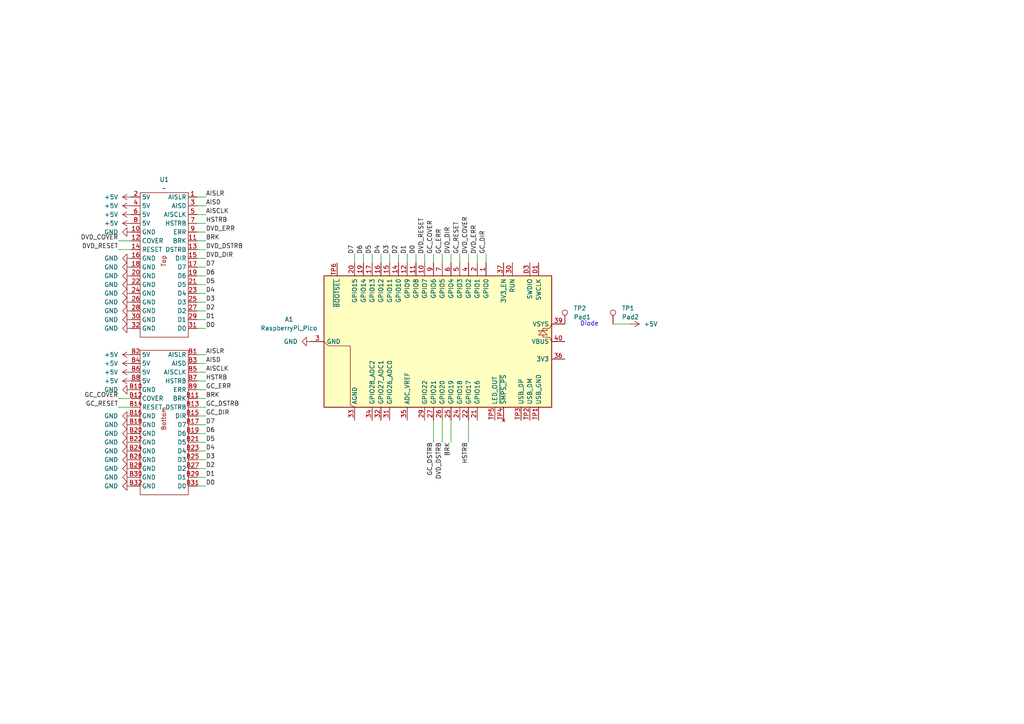
<source format=kicad_sch>
(kicad_sch (version 20250114) (generator "eeschema") (generator_version "9.0")
  (paper "A4")
  (lib_symbols
    (symbol "Connector:TestPoint" (pin_numbers (hide yes)) (pin_names (offset 0.762) (hide yes))
      (property "Reference" "TP" (at 0 6.858 0))
      (property "Value" "TestPoint" (at 0 5.08 0))
      (symbol "TestPoint_0_1"
        (circle (center 0 3.302) (radius 0.762))
      )
      (symbol "TestPoint_1_1"
        (pin passive line (at 0 0 90) (length 2.54) (name "1") (number "1"))
      )
    )
    (symbol "GamecubeConnectors:DVDFlexCN"
      (property "Reference" "U" (at 23.876 -4.064 0))
      (symbol "DVDFlexCN_1_1"
        (rectangle (start -19.05 -11.43) (end 22.86 -25.4))
        (rectangle (start 26.67 -11.43) (end 68.58 -25.4))
        (text "Top" (at 0.762 -18.542 0) (effects (font (size 1.27 1.27))))
        (text "Bottom" (at 46.482 -18.542 0) (effects (font (size 1.27 1.27))))
        (pin passive line (at -17.78 -8.89 270) (length 2.54) (name "AISLR") (number "1"))
        (pin passive line (at -17.78 -27.94 90) (length 2.54) (name "5V") (number "2"))
        (pin passive line (at -15.24 -8.89 270) (length 2.54) (name "AISD") (number "3"))
        (pin passive line (at -15.24 -27.94 90) (length 2.54) (name "5V") (number "4"))
        (pin passive line (at -12.7 -8.89 270) (length 2.54) (name "AISCLK") (number "5"))
        (pin passive line (at -12.7 -27.94 90) (length 2.54) (name "5V") (number "6"))
        (pin passive line (at -10.16 -8.89 270) (length 2.54) (name "HSTRB") (number "7"))
        (pin passive line (at -10.16 -27.94 90) (length 2.54) (name "5V") (number "8"))
        (pin passive line (at -7.62 -8.89 270) (length 2.54) (name "ERR") (number "9"))
        (pin passive line (at -7.62 -27.94 90) (length 2.54) (name "GND") (number "10"))
        (pin passive line (at -5.08 -8.89 270) (length 2.54) (name "BRK") (number "11"))
        (pin passive line (at -5.08 -27.94 90) (length 2.54) (name "COVER") (number "12"))
        (pin passive line (at -2.54 -8.89 270) (length 2.54) (name "DSTRB") (number "13"))
        (pin passive line (at -2.54 -27.94 90) (length 2.54) (name "RESET") (number "14"))
        (pin passive line (at 0 -8.89 270) (length 2.54) (name "DIR") (number "15"))
        (pin passive line (at 0 -27.94 90) (length 2.54) (name "GND") (number "16"))
        (pin passive line (at 2.54 -8.89 270) (length 2.54) (name "D7") (number "17"))
        (pin passive line (at 2.54 -27.94 90) (length 2.54) (name "GND") (number "18"))
        (pin passive line (at 5.08 -8.89 270) (length 2.54) (name "D6") (number "19"))
        (pin passive line (at 5.08 -27.94 90) (length 2.54) (name "GND") (number "20"))
        (pin passive line (at 7.62 -8.89 270) (length 2.54) (name "D5") (number "21"))
        (pin passive line (at 7.62 -27.94 90) (length 2.54) (name "GND") (number "22"))
        (pin passive line (at 10.16 -8.89 270) (length 2.54) (name "D4") (number "23"))
        (pin passive line (at 10.16 -27.94 90) (length 2.54) (name "GND") (number "24"))
        (pin passive line (at 12.7 -8.89 270) (length 2.54) (name "D3") (number "25"))
        (pin passive line (at 12.7 -27.94 90) (length 2.54) (name "GND") (number "26"))
        (pin passive line (at 15.24 -8.89 270) (length 2.54) (name "D2") (number "27"))
        (pin passive line (at 15.24 -27.94 90) (length 2.54) (name "GND") (number "28"))
        (pin passive line (at 17.78 -8.89 270) (length 2.54) (name "D1") (number "29"))
        (pin passive line (at 17.78 -27.94 90) (length 2.54) (name "GND") (number "30"))
        (pin passive line (at 20.32 -8.89 270) (length 2.54) (name "D0") (number "31"))
        (pin passive line (at 20.32 -27.94 90) (length 2.54) (name "GND") (number "32"))
        (pin passive line (at 27.94 -8.89 270) (length 2.54) (name "AISLR") (number "B1"))
        (pin passive line (at 27.94 -27.94 90) (length 2.54) (name "5V") (number "B2"))
        (pin passive line (at 30.48 -8.89 270) (length 2.54) (name "AISD") (number "B3"))
        (pin passive line (at 30.48 -27.94 90) (length 2.54) (name "5V") (number "B4"))
        (pin passive line (at 33.02 -8.89 270) (length 2.54) (name "AISCLK") (number "B5"))
        (pin passive line (at 33.02 -27.94 90) (length 2.54) (name "5V") (number "B6"))
        (pin passive line (at 35.56 -8.89 270) (length 2.54) (name "HSTRB") (number "B7"))
        (pin passive line (at 35.56 -27.94 90) (length 2.54) (name "5V") (number "B8"))
        (pin passive line (at 38.1 -8.89 270) (length 2.54) (name "ERR") (number "B9"))
        (pin passive line (at 38.1 -27.94 90) (length 2.54) (name "GND") (number "B10"))
        (pin passive line (at 40.64 -8.89 270) (length 2.54) (name "BRK") (number "B11"))
        (pin passive line (at 40.64 -27.94 90) (length 2.54) (name "COVER") (number "B12"))
        (pin passive line (at 43.18 -8.89 270) (length 2.54) (name "DSTRB") (number "B13"))
        (pin passive line (at 43.18 -27.94 90) (length 2.54) (name "RESET") (number "B14"))
        (pin passive line (at 45.72 -8.89 270) (length 2.54) (name "DIR") (number "B15"))
        (pin passive line (at 45.72 -27.94 90) (length 2.54) (name "GND") (number "B16"))
        (pin passive line (at 48.26 -8.89 270) (length 2.54) (name "D7") (number "B17"))
        (pin passive line (at 48.26 -27.94 90) (length 2.54) (name "GND") (number "B18"))
        (pin passive line (at 50.8 -8.89 270) (length 2.54) (name "D6") (number "B19"))
        (pin passive line (at 50.8 -27.94 90) (length 2.54) (name "GND") (number "B20"))
        (pin passive line (at 53.34 -8.89 270) (length 2.54) (name "D5") (number "B21"))
        (pin passive line (at 53.34 -27.94 90) (length 2.54) (name "GND") (number "B22"))
        (pin passive line (at 55.88 -8.89 270) (length 2.54) (name "D4") (number "B23"))
        (pin passive line (at 55.88 -27.94 90) (length 2.54) (name "GND") (number "B24"))
        (pin passive line (at 58.42 -8.89 270) (length 2.54) (name "D3") (number "B25"))
        (pin passive line (at 58.42 -27.94 90) (length 2.54) (name "GND") (number "B26"))
        (pin passive line (at 60.96 -8.89 270) (length 2.54) (name "D2") (number "B27"))
        (pin passive line (at 60.96 -27.94 90) (length 2.54) (name "GND") (number "B28"))
        (pin passive line (at 63.5 -8.89 270) (length 2.54) (name "D1") (number "B29"))
        (pin passive line (at 63.5 -27.94 90) (length 2.54) (name "GND") (number "B30"))
        (pin passive line (at 66.04 -8.89 270) (length 2.54) (name "D0") (number "B31"))
        (pin passive line (at 66.04 -27.94 90) (length 2.54) (name "GND") (number "B32"))
      )
    )
    (symbol "MCU_Module:RaspberryPi_Pico_Extensive" (pin_names (offset 0.762))
      (property "Reference" "A" (at -19.05 35.56 0))
      (property "Value" "RaspberryPi_Pico" (at 7.62 35.56 0))
      (symbol "RaspberryPi_Pico_Extensive_0_1"
        (rectangle (start -19.05 34.29) (end 19.05 -31.75) (stroke (width 0.254)) (fill (type background)))
        (polyline (pts (xy -5.08 34.29) (xy -3.81 33.655) (xy -3.81 31.75) (xy -3.175 31.75)))
        (polyline (pts (xy -3.429 32.766) (xy -3.429 33.02) (xy -3.175 33.02) (xy -3.175 30.48) (xy -2.921 30.48) (xy -2.921 30.734)))
        (polyline (pts (xy -3.175 31.75) (xy -1.905 33.02) (xy -1.905 30.48) (xy -3.175 31.75)))
        (polyline (pts (xy 0 34.29) (xy -1.27 33.655) (xy -1.27 31.75) (xy -1.905 31.75)))
        (polyline (pts (xy 0 -31.75) (xy 1.27 -30.48) (xy 1.27 -24.13) (xy 18.415 -24.13) (xy 19.05 -22.86)))
      )
      (symbol "RaspberryPi_Pico_Extensive_1_1"
        (pin input line (at -22.86 30.48 0) (length 3.81) (name "SWCLK") (number "D1"))
        (pin bidirectional line (at -22.86 27.94 0) (length 3.81) (name "SWDIO") (number "D3"))
        (pin passive line (at -22.86 22.86 0) (length 3.81) (name "RUN") (number "30"))
        (pin passive line (at -22.86 20.32 0) (length 3.81) (name "3V3_EN") (number "37"))
        (pin bidirectional line (at -22.86 15.24 0) (length 3.81) (name "GPIO0") (number "1"))
        (pin bidirectional line (at -22.86 12.7 0) (length 3.81) (name "GPIO1") (number "2"))
        (pin bidirectional line (at -22.86 10.16 0) (length 3.81) (name "GPIO2") (number "4"))
        (pin bidirectional line (at -22.86 7.62 0) (length 3.81) (name "GPIO3") (number "5"))
        (pin bidirectional line (at -22.86 5.08 0) (length 3.81) (name "GPIO4") (number "6"))
        (pin bidirectional line (at -22.86 2.54 0) (length 3.81) (name "GPIO5") (number "7"))
        (pin bidirectional line (at -22.86 0 0) (length 3.81) (name "GPIO6") (number "9"))
        (pin bidirectional line (at -22.86 -2.54 0) (length 3.81) (name "GPIO7") (number "10"))
        (pin bidirectional line (at -22.86 -5.08 0) (length 3.81) (name "GPIO8") (number "11"))
        (pin bidirectional line (at -22.86 -7.62 0) (length 3.81) (name "GPIO9") (number "12"))
        (pin bidirectional line (at -22.86 -10.16 0) (length 3.81) (name "GPIO10") (number "14"))
        (pin bidirectional line (at -22.86 -12.7 0) (length 3.81) (name "GPIO11") (number "15"))
        (pin bidirectional line (at -22.86 -15.24 0) (length 3.81) (name "GPIO12") (number "16"))
        (pin bidirectional line (at -22.86 -17.78 0) (length 3.81) (name "GPIO13") (number "17"))
        (pin bidirectional line (at -22.86 -20.32 0) (length 3.81) (name "GPIO14") (number "19"))
        (pin bidirectional line (at -22.86 -22.86 0) (length 3.81) (name "GPIO15") (number "20"))
        (pin input line (at -22.86 -27.94 0) (length 3.81) (name "~{BOOTSEL}") (number "TP6"))
        (pin power_in line (at -5.08 38.1 270) (length 3.81) (name "VSYS") (number "39"))
        (pin power_out line (at 0 38.1 270) (length 3.81) (name "VBUS") (number "40"))
        (pin passive line (at 0 -35.56 90) (length 3.81) (hide yes) (name "GND") (number "13"))
        (pin passive line (at 0 -35.56 90) (length 3.81) (hide yes) (name "GND") (number "18"))
        (pin passive line (at 0 -35.56 90) (length 3.81) (hide yes) (name "GND") (number "23"))
        (pin passive line (at 0 -35.56 90) (length 3.81) (hide yes) (name "GND") (number "28"))
        (pin power_out line (at 0 -35.56 90) (length 3.81) (name "GND") (number "3"))
        (pin passive line (at 0 -35.56 90) (length 3.81) (hide yes) (name "GND") (number "38"))
        (pin passive line (at 0 -35.56 90) (length 3.81) (hide yes) (name "GND") (number "8"))
        (pin passive line (at 0 -35.56 90) (length 3.81) (hide yes) (name "GND") (number "D2"))
        (pin power_out line (at 5.08 38.1 270) (length 3.81) (name "3V3") (number "36"))
        (pin power_out line (at 22.86 30.48 180) (length 3.81) (name "USB_GND") (number "TP1"))
        (pin bidirectional line (at 22.86 27.94 180) (length 3.81) (name "USB_DM") (number "TP2"))
        (pin bidirectional line (at 22.86 25.4 180) (length 3.81) (name "USB_DP") (number "TP3"))
        (pin no_connect line (at 22.86 20.32 180) (length 3.81) (name "~{SMPS_PS}") (number "TP4"))
        (pin output line (at 22.86 17.78 180) (length 3.81) (name "LED_OUT") (number "TP5"))
        (pin bidirectional line (at 22.86 12.7 180) (length 3.81) (name "GPIO16") (number "21"))
        (pin bidirectional line (at 22.86 10.16 180) (length 3.81) (name "GPIO17") (number "22"))
        (pin bidirectional line (at 22.86 7.62 180) (length 3.81) (name "GPIO18") (number "24"))
        (pin bidirectional line (at 22.86 5.08 180) (length 3.81) (name "GPIO19") (number "25"))
        (pin bidirectional line (at 22.86 2.54 180) (length 3.81) (name "GPIO20") (number "26"))
        (pin bidirectional line (at 22.86 0 180) (length 3.81) (name "GPIO21") (number "27"))
        (pin bidirectional line (at 22.86 -2.54 180) (length 3.81) (name "GPIO22") (number "29"))
        (pin power_in line (at 22.86 -7.62 180) (length 3.81) (name "ADC_VREF") (number "35"))
        (pin bidirectional line (at 22.86 -12.7 180) (length 3.81) (name "GPIO26_ADC0") (number "31"))
        (pin bidirectional line (at 22.86 -15.24 180) (length 3.81) (name "GPIO27_ADC1") (number "32"))
        (pin bidirectional line (at 22.86 -17.78 180) (length 3.81) (name "GPIO28_ADC2") (number "34"))
        (pin power_out line (at 22.86 -22.86 180) (length 3.81) (name "AGND") (number "33"))
      )
    )
    (symbol "power:+5V" (power) (pin_numbers (hide yes)) (pin_names (offset 0) (hide yes))
      (property "Value" "+5V" (at 0 3.556 0))
      (symbol "+5V_0_1"
        (polyline (pts (xy -0.762 1.27) (xy 0 2.54)))
        (polyline (pts (xy 0 2.54) (xy 0.762 1.27)))
        (polyline (pts (xy 0 0) (xy 0 2.54)))
      )
      (symbol "+5V_1_1"
        (pin power_in line (at 0 0 90) (length 0) (name "~") (number "1"))
      )
    )
    (symbol "power:GND" (power) (pin_numbers (hide yes)) (pin_names (offset 0) (hide yes))
      (property "Value" "GND" (at 0 -3.81 0))
      (symbol "GND_0_1"
        (polyline (pts (xy 0 0) (xy 0 -1.27) (xy 1.27 -1.27) (xy 0 -2.54) (xy -1.27 -1.27) (xy 0 -1.27)))
      )
      (symbol "GND_1_1"
        (pin power_in line (at 0 0 270) (length 0) (name "~") (number "1"))
      )
    )
  )
  (text "Diode" (at 170.942 93.98 0) (effects (font (size 1.27 1.27))))
  (wire (pts (xy 135.89 128.27) (xy 135.89 121.92)))
  (wire (pts (xy 130.81 73.66) (xy 130.81 76.2)))
  (wire (pts (xy 59.69 133.35) (xy 57.15 133.35)))
  (wire (pts (xy 59.69 92.71) (xy 57.15 92.71)))
  (wire (pts (xy 59.69 135.89) (xy 57.15 135.89)))
  (wire (pts (xy 59.69 102.87) (xy 57.15 102.87)))
  (wire (pts (xy 59.69 110.49) (xy 57.15 110.49)))
  (wire (pts (xy 128.27 73.66) (xy 128.27 76.2)))
  (wire (pts (xy 57.15 113.03) (xy 59.69 113.03)))
  (wire (pts (xy 59.69 80.01) (xy 57.15 80.01)))
  (wire (pts (xy 57.15 115.57) (xy 59.69 115.57)))
  (wire (pts (xy 59.69 64.77) (xy 57.15 64.77)))
  (wire (pts (xy 128.27 128.27) (xy 128.27 121.92)))
  (wire (pts (xy 59.69 82.55) (xy 57.15 82.55)))
  (wire (pts (xy 59.69 85.09) (xy 57.15 85.09)))
  (wire (pts (xy 59.69 107.95) (xy 57.15 107.95)))
  (wire (pts (xy 113.03 73.66) (xy 113.03 76.2)))
  (wire (pts (xy 105.41 73.66) (xy 105.41 76.2)))
  (wire (pts (xy 125.73 128.27) (xy 125.73 121.92)))
  (wire (pts (xy 120.65 73.66) (xy 120.65 76.2)))
  (wire (pts (xy 59.69 59.69) (xy 57.15 59.69)))
  (wire (pts (xy 59.69 105.41) (xy 57.15 105.41)))
  (wire (pts (xy 133.35 73.66) (xy 133.35 76.2)))
  (wire (pts (xy 123.19 73.66) (xy 123.19 76.2)))
  (wire (pts (xy 125.73 73.66) (xy 125.73 76.2)))
  (wire (pts (xy 110.49 73.66) (xy 110.49 76.2)))
  (wire (pts (xy 59.69 74.93) (xy 57.15 74.93)))
  (wire (pts (xy 107.95 73.66) (xy 107.95 76.2)))
  (wire (pts (xy 118.11 73.66) (xy 118.11 76.2)))
  (wire (pts (xy 59.69 62.23) (xy 57.15 62.23)))
  (wire (pts (xy 138.43 73.66) (xy 138.43 76.2)))
  (wire (pts (xy 182.88 93.98) (xy 177.8 93.98)))
  (wire (pts (xy 59.69 95.25) (xy 57.15 95.25)))
  (wire (pts (xy 59.69 72.39) (xy 57.15 72.39)))
  (wire (pts (xy 57.15 118.11) (xy 59.69 118.11)))
  (wire (pts (xy 59.69 87.63) (xy 57.15 87.63)))
  (wire (pts (xy 34.29 72.39) (xy 38.1 72.39)))
  (wire (pts (xy 140.97 73.66) (xy 140.97 76.2)))
  (wire (pts (xy 135.89 73.66) (xy 135.89 76.2)))
  (wire (pts (xy 59.69 90.17) (xy 57.15 90.17)))
  (wire (pts (xy 34.29 115.57) (xy 38.1 115.57)))
  (wire (pts (xy 34.29 118.11) (xy 38.1 118.11)))
  (wire (pts (xy 115.57 73.66) (xy 115.57 76.2)))
  (wire (pts (xy 59.69 69.85) (xy 57.15 69.85)))
  (wire (pts (xy 59.69 138.43) (xy 57.15 138.43)))
  (wire (pts (xy 59.69 125.73) (xy 57.15 125.73)))
  (wire (pts (xy 102.87 73.66) (xy 102.87 76.2)))
  (wire (pts (xy 34.29 69.85) (xy 38.1 69.85)))
  (wire (pts (xy 59.69 128.27) (xy 57.15 128.27)))
  (wire (pts (xy 59.69 130.81) (xy 57.15 130.81)))
  (wire (pts (xy 59.69 123.19) (xy 57.15 123.19)))
  (wire (pts (xy 59.69 67.31) (xy 57.15 67.31)))
  (wire (pts (xy 130.81 128.27) (xy 130.81 121.92)))
  (wire (pts (xy 59.69 77.47) (xy 57.15 77.47)))
  (wire (pts (xy 59.69 57.15) (xy 57.15 57.15)))
  (wire (pts (xy 59.69 140.97) (xy 57.15 140.97)))
  (wire (pts (xy 59.69 120.65) (xy 57.15 120.65)))
  (label "AISD" (at 59.69 105.41 0))
  (label "DVD_RESET" (at 34.29 72.39 180))
  (label "GC_DSTRB" (at 125.73 128.27 270))
  (label "D0" (at 59.69 95.25 0))
  (label "DVD_RESET" (at 123.19 73.66 90))
  (label "GC_DIR" (at 140.97 73.66 90))
  (label "D2" (at 59.69 135.89 0))
  (label "D3" (at 113.03 73.66 90))
  (label "HSTRB" (at 59.69 110.49 0))
  (label "GC_RESET" (at 133.35 73.66 90))
  (label "D3" (at 59.69 87.63 0))
  (label "D7" (at 59.69 123.19 0))
  (label "D7" (at 59.69 77.47 0))
  (label "D4" (at 110.49 73.66 90))
  (label "D4" (at 59.69 130.81 0))
  (label "GC_DSTRB" (at 59.69 118.11 0))
  (label "BRK" (at 130.81 128.27 270))
  (label "GC_ERR" (at 128.27 73.66 90))
  (label "BRK" (at 59.69 115.57 0))
  (label "GC_COVER" (at 125.73 73.66 90))
  (label "D2" (at 59.69 90.17 0))
  (label "D1" (at 59.69 92.71 0))
  (label "GC_COVER" (at 34.29 115.57 180))
  (label "D4" (at 59.69 85.09 0))
  (label "D5" (at 59.69 128.27 0))
  (label "D1" (at 59.69 138.43 0))
  (label "D1" (at 118.11 73.66 90))
  (label "AISD" (at 59.69 59.69 0))
  (label "D6" (at 59.69 125.73 0))
  (label "D2" (at 115.57 73.66 90))
  (label "D5" (at 59.69 82.55 0))
  (label "D7" (at 102.87 73.66 90))
  (label "AISLR" (at 59.69 57.15 0))
  (label "D5" (at 107.95 73.66 90))
  (label "AISCLK" (at 59.69 62.23 0))
  (label "DVD_DIR" (at 130.81 73.66 90))
  (label "GC_RESET" (at 34.29 118.11 180))
  (label "D3" (at 59.69 133.35 0))
  (label "DVD_DSTRB" (at 128.27 128.27 270))
  (label "D0" (at 59.69 140.97 0))
  (label "AISLR" (at 59.69 102.87 0))
  (label "BRK" (at 59.69 69.85 0))
  (label "D6" (at 59.69 80.01 0))
  (label "DVD_DSTRB" (at 59.69 72.39 0))
  (label "GC_DIR" (at 59.69 120.65 0))
  (label "GC_ERR" (at 59.69 113.03 0))
  (label "DVD_ERR" (at 138.43 73.66 90))
  (label "D6" (at 105.41 73.66 90))
  (label "HSTRB" (at 135.89 128.27 270))
  (label "AISCLK" (at 59.69 107.95 0))
  (label "D0" (at 120.65 73.66 90))
  (label "DVD_ERR" (at 59.69 67.31 0))
  (label "DVD_DIR" (at 59.69 74.93 0))
  (label "DVD_COVER" (at 135.89 73.66 90))
  (label "DVD_COVER" (at 34.29 69.85 180))
  (label "HSTRB" (at 59.69 64.77 0))
  (symbol (lib_id "power:+5V") (at 38.1 59.69 90) (unit 1)
    (property "Reference" "#PWR02" (effects (hide yes)))
    (property "Value" "+5V" (at 34.29 59.6899 90) (effects (justify left)))
    (property "Description" "Power symbol creates a global label with name \"+5V\"" (effects (hide yes)))
  )
  (symbol (lib_id "power:GND") (at 38.1 125.73 270) (unit 1)
    (property "Reference" "#PWR021" (effects (hide yes)))
    (property "Value" "GND" (at 34.29 125.7299 90) (effects (justify right)))
    (property "Description" "Power symbol creates a global label with name \"GND\" , ground" (effects (hide yes)))
  )
  (symbol (lib_id "power:GND") (at 38.1 67.31 270) (unit 1)
    (property "Reference" "#PWR030" (effects (hide yes)))
    (property "Value" "GND" (at 34.29 67.3099 90) (effects (justify right)))
    (property "Description" "Power symbol creates a global label with name \"GND\" , ground" (effects (hide yes)))
  )
  (symbol (lib_id "power:GND") (at 38.1 135.89 270) (unit 1)
    (property "Reference" "#PWR025" (effects (hide yes)))
    (property "Value" "GND" (at 34.29 135.8899 90) (effects (justify right)))
    (property "Description" "Power symbol creates a global label with name \"GND\" , ground" (effects (hide yes)))
  )
  (symbol (lib_id "power:GND") (at 38.1 80.01 270) (unit 1)
    (property "Reference" "#PWR012" (effects (hide yes)))
    (property "Value" "GND" (at 34.29 80.0099 90) (effects (justify right)))
    (property "Description" "Power symbol creates a global label with name \"GND\" , ground" (effects (hide yes)))
  )
  (symbol (lib_id "power:+5V") (at 38.1 64.77 90) (unit 1)
    (property "Reference" "#PWR04" (effects (hide yes)))
    (property "Value" "+5V" (at 34.29 64.7699 90) (effects (justify left)))
    (property "Description" "Power symbol creates a global label with name \"+5V\"" (effects (hide yes)))
  )
  (symbol (lib_id "power:GND") (at 38.1 113.03 270) (unit 1)
    (property "Reference" "#PWR029" (effects (hide yes)))
    (property "Value" "GND" (at 34.29 113.0299 90) (effects (justify right)))
    (property "Description" "Power symbol creates a global label with name \"GND\" , ground" (effects (hide yes)))
  )
  (symbol (lib_id "power:+5V") (at 38.1 110.49 90) (unit 1)
    (property "Reference" "#PWR08" (effects (hide yes)))
    (property "Value" "+5V" (at 34.29 110.4899 90) (effects (justify left)))
    (property "Description" "Power symbol creates a global label with name \"+5V\"" (effects (hide yes)))
  )
  (symbol (lib_id "power:GND") (at 38.1 95.25 270) (unit 1)
    (property "Reference" "#PWR018" (effects (hide yes)))
    (property "Value" "GND" (at 34.29 95.2499 90) (effects (justify right)))
    (property "Description" "Power symbol creates a global label with name \"GND\" , ground" (effects (hide yes)))
  )
  (symbol (lib_id "power:+5V") (at 38.1 62.23 90) (unit 1)
    (property "Reference" "#PWR03" (effects (hide yes)))
    (property "Value" "+5V" (at 34.29 62.2299 90) (effects (justify left)))
    (property "Description" "Power symbol creates a global label with name \"+5V\"" (effects (hide yes)))
  )
  (symbol (lib_id "power:GND") (at 38.1 130.81 270) (unit 1)
    (property "Reference" "#PWR023" (effects (hide yes)))
    (property "Value" "GND" (at 34.29 130.8099 90) (effects (justify right)))
    (property "Description" "Power symbol creates a global label with name \"GND\" , ground" (effects (hide yes)))
  )
  (symbol (lib_id "power:GND") (at 38.1 133.35 270) (unit 1)
    (property "Reference" "#PWR024" (effects (hide yes)))
    (property "Value" "GND" (at 34.29 133.3499 90) (effects (justify right)))
    (property "Description" "Power symbol creates a global label with name \"GND\" , ground" (effects (hide yes)))
  )
  (symbol (lib_id "Connector:TestPoint") (at 163.83 93.98 0) (unit 1)
    (property "Reference" "TP2" (at 166.37 89.4079 0) (effects (justify left)))
    (property "Value" "Pad1" (at 166.37 91.9479 0) (effects (justify left)))
    (property "Footprint" "TestPoint:TestPoint_Pad_2.5x2.5mm" (effects (hide yes)))
    (property "Description" "test point" (effects (hide yes)))
  )
  (symbol (lib_id "power:GND") (at 38.1 77.47 270) (unit 1)
    (property "Reference" "#PWR011" (effects (hide yes)))
    (property "Value" "GND" (at 34.29 77.4699 90) (effects (justify right)))
    (property "Description" "Power symbol creates a global label with name \"GND\" , ground" (effects (hide yes)))
  )
  (symbol (lib_id "Connector:TestPoint") (at 177.8 93.98 0) (unit 1)
    (property "Reference" "TP1" (at 180.34 89.4079 0) (effects (justify left)))
    (property "Value" "Pad2" (at 180.34 91.9479 0) (effects (justify left)))
    (property "Footprint" "TestPoint:TestPoint_Pad_2.5x2.5mm" (effects (hide yes)))
    (property "Description" "test point" (effects (hide yes)))
  )
  (symbol (lib_id "power:GND") (at 38.1 82.55 270) (unit 1)
    (property "Reference" "#PWR013" (effects (hide yes)))
    (property "Value" "GND" (at 34.29 82.5499 90) (effects (justify right)))
    (property "Description" "Power symbol creates a global label with name \"GND\" , ground" (effects (hide yes)))
  )
  (symbol (lib_id "power:+5V") (at 38.1 105.41 90) (unit 1)
    (property "Reference" "#PWR06" (effects (hide yes)))
    (property "Value" "+5V" (at 34.29 105.4099 90) (effects (justify left)))
    (property "Description" "Power symbol creates a global label with name \"+5V\"" (effects (hide yes)))
  )
  (symbol (lib_id "power:GND") (at 38.1 85.09 270) (unit 1)
    (property "Reference" "#PWR014" (effects (hide yes)))
    (property "Value" "GND" (at 34.29 85.0899 90) (effects (justify right)))
    (property "Description" "Power symbol creates a global label with name \"GND\" , ground" (effects (hide yes)))
  )
  (symbol (lib_id "power:GND") (at 90.17 99.06 270) (unit 1)
    (property "Reference" "#PWR028" (effects (hide yes)))
    (property "Value" "GND" (at 86.36 99.0599 90) (effects (justify right)))
    (property "Description" "Power symbol creates a global label with name \"GND\" , ground" (effects (hide yes)))
  )
  (symbol (lib_id "power:GND") (at 38.1 123.19 270) (unit 1)
    (property "Reference" "#PWR020" (effects (hide yes)))
    (property "Value" "GND" (at 34.29 123.1899 90) (effects (justify right)))
    (property "Description" "Power symbol creates a global label with name \"GND\" , ground" (effects (hide yes)))
  )
  (symbol (lib_id "power:GND") (at 38.1 128.27 270) (unit 1)
    (property "Reference" "#PWR022" (effects (hide yes)))
    (property "Value" "GND" (at 34.29 128.2699 90) (effects (justify right)))
    (property "Description" "Power symbol creates a global label with name \"GND\" , ground" (effects (hide yes)))
  )
  (symbol (lib_id "power:GND") (at 38.1 138.43 270) (unit 1)
    (property "Reference" "#PWR026" (effects (hide yes)))
    (property "Value" "GND" (at 34.29 138.4299 90) (effects (justify right)))
    (property "Description" "Power symbol creates a global label with name \"GND\" , ground" (effects (hide yes)))
  )
  (symbol (lib_id "MCU_Module:RaspberryPi_Pico_Extensive") (at 125.73 99.06 270) (unit 1)
    (property "Reference" "A1" (at 83.82 92.6398 90))
    (property "Value" "RaspberryPi_Pico" (at 83.82 95.1798 90))
    (property "Footprint" "Module:RaspberryPi_Pico_SMD" (effects (hide yes)))
    (property "Datasheet" "https://datasheets.raspberrypi.com/pico/pico-datasheet.pdf" (effects (hide yes)))
    (property "Description" "Versatile and inexpensive microcontroller module (with full pinout for test point and debug connections) powered by RP2040 dual-core Arm Cortex-M0+ processor up to 133 MHz, 264kB SRAM, 2MB QSPI flash; also supports Raspberry Pi Pico 2" (effects (hide yes)))
  )
  (symbol (lib_id "power:GND") (at 38.1 92.71 270) (unit 1)
    (property "Reference" "#PWR017" (effects (hide yes)))
    (property "Value" "GND" (at 34.29 92.7099 90) (effects (justify right)))
    (property "Description" "Power symbol creates a global label with name \"GND\" , ground" (effects (hide yes)))
  )
  (symbol (lib_id "power:GND") (at 38.1 87.63 270) (unit 1)
    (property "Reference" "#PWR015" (effects (hide yes)))
    (property "Value" "GND" (at 34.29 87.6299 90) (effects (justify right)))
    (property "Description" "Power symbol creates a global label with name \"GND\" , ground" (effects (hide yes)))
  )
  (symbol (lib_id "power:GND") (at 38.1 74.93 270) (unit 1)
    (property "Reference" "#PWR010" (effects (hide yes)))
    (property "Value" "GND" (at 34.29 74.9299 90) (effects (justify right)))
    (property "Description" "Power symbol creates a global label with name \"GND\" , ground" (effects (hide yes)))
  )
  (symbol (lib_id "power:GND") (at 38.1 120.65 270) (unit 1)
    (property "Reference" "#PWR019" (effects (hide yes)))
    (property "Value" "GND" (at 34.29 120.6499 90) (effects (justify right)))
    (property "Description" "Power symbol creates a global label with name \"GND\" , ground" (effects (hide yes)))
  )
  (symbol (lib_id "power:+5V") (at 38.1 57.15 90) (unit 1)
    (property "Reference" "#PWR01" (effects (hide yes)))
    (property "Value" "+5V" (at 34.29 57.1499 90) (effects (justify left)))
    (property "Description" "Power symbol creates a global label with name \"+5V\"" (effects (hide yes)))
  )
  (symbol (lib_id "GamecubeConnectors:DVDFlexCN") (at 66.04 74.93 270) (unit 1)
    (property "Reference" "U1" (at 47.625 52.07 90))
    (property "Value" "~" (at 47.625 54.61 90))
    (property "Footprint" "GamecubeConnectors:DVDCN_FLEX_PADS" (effects (hide yes)))
  )
  (symbol (lib_id "power:+5V") (at 38.1 102.87 90) (unit 1)
    (property "Reference" "#PWR05" (effects (hide yes)))
    (property "Value" "+5V" (at 34.29 102.8699 90) (effects (justify left)))
    (property "Description" "Power symbol creates a global label with name \"+5V\"" (effects (hide yes)))
  )
  (symbol (lib_id "power:+5V") (at 182.88 93.98 270) (unit 1)
    (property "Reference" "#PWR09" (effects (hide yes)))
    (property "Value" "+5V" (at 186.69 93.9799 90) (effects (justify left)))
    (property "Description" "Power symbol creates a global label with name \"+5V\"" (effects (hide yes)))
  )
  (symbol (lib_id "power:GND") (at 38.1 90.17 270) (unit 1)
    (property "Reference" "#PWR016" (effects (hide yes)))
    (property "Value" "GND" (at 34.29 90.1699 90) (effects (justify right)))
    (property "Description" "Power symbol creates a global label with name \"GND\" , ground" (effects (hide yes)))
  )
  (symbol (lib_id "power:GND") (at 38.1 140.97 270) (unit 1)
    (property "Reference" "#PWR027" (effects (hide yes)))
    (property "Value" "GND" (at 34.29 140.9699 90) (effects (justify right)))
    (property "Description" "Power symbol creates a global label with name \"GND\" , ground" (effects (hide yes)))
  )
  (symbol (lib_id "power:+5V") (at 38.1 107.95 90) (unit 1)
    (property "Reference" "#PWR07" (effects (hide yes)))
    (property "Value" "+5V" (at 34.29 107.9499 90) (effects (justify left)))
    (property "Description" "Power symbol creates a global label with name \"+5V\"" (effects (hide yes)))
  )
)
</source>
